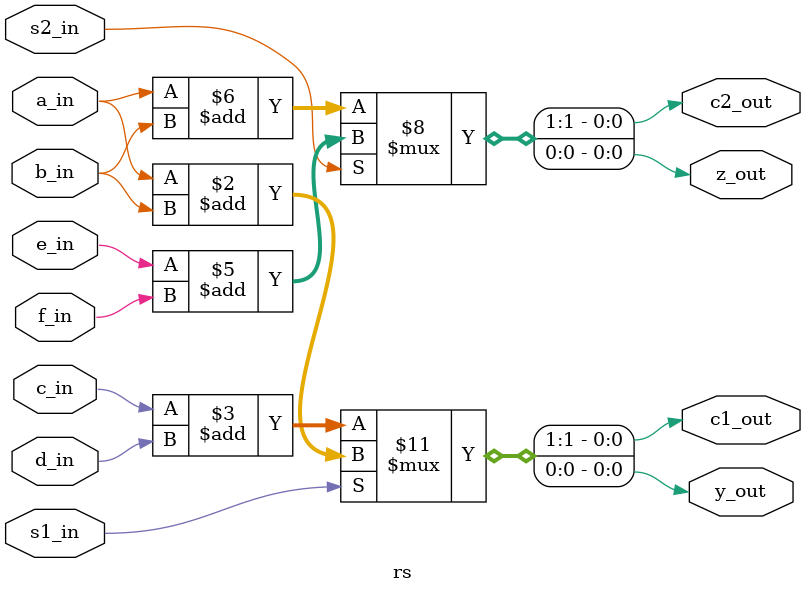
<source format=v>
module rs(a_in,b_in,c_in,d_in,e_in,f_in,s1_in,s2_in,c1_out,c2_out,y_out,z_out);
input a_in,b_in,c_in,d_in,e_in,f_in,s1_in,s2_in;
output reg y_out,z_out,c1_out,c2_out;
always@(a_in or b_in or c_in or d_in or s1_in) begin
//always@(s1_in) begin
	if(s1_in) {c1_out,y_out}=a_in+b_in;
	else {c1_out,y_out}=c_in+d_in;
end

always@(a_in or b_in or e_in or f_in or s2_in) begin
//always@(s2_in) begin
	if(s2_in) {c2_out,z_out}=e_in+f_in;
	else {c2_out,z_out}=a_in+b_in;
end
endmodule


</source>
